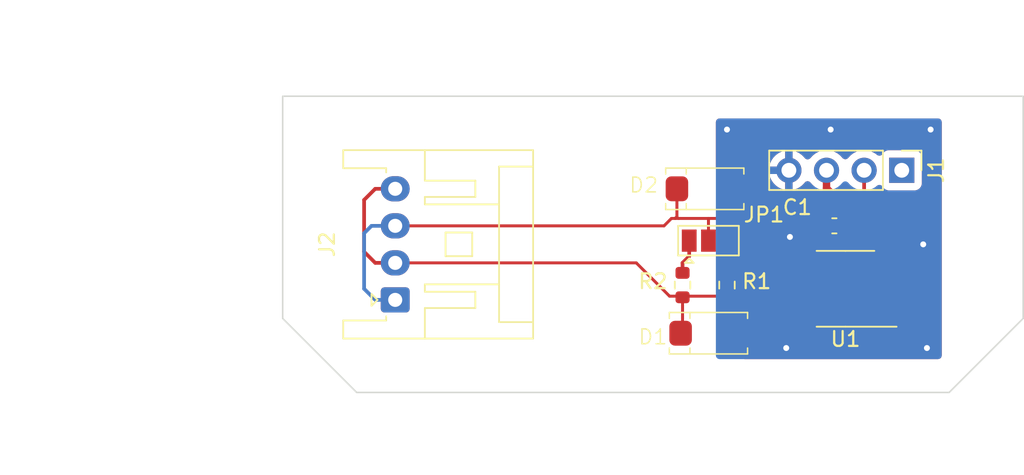
<source format=kicad_pcb>
(kicad_pcb (version 20221018) (generator pcbnew)
  (layers (0 "F.Cu" signal) (31 "B.Cu" signal) (34 "B.Paste" user) (35 "F.Paste" user) (36 "B.SilkS" user "B.Silkscreen") (37 "F.SilkS" user "F.Silkscreen") (38 "B.Mask" user) (39 "F.Mask" user) (44 "Edge.Cuts" user))
  (net 0 "")
  (net 1 "VCC")
  (net 2 "GND1")
  (net 4 "SIGNAL")
  (net 5 "/D+")
  (net 6 "/D-")
  (net 8 "Net-(JP1-B)")
  (net 9 "Net-(JP1-A)")
  (footprint "Capacitor_SMD:C_0603_1608Metric_Pad1.08x0.95mm_HandSolder" (layer "F.Cu") (at 92.25 68.75 180)
    (fp_text reference "C1" (at 2.5 1.25 180) (layer "F.SilkS"))
    (fp_text value "0.1u")
    (fp_line (start -0.146267 -0.51) (end 0.146267 -0.51) (stroke (width 0.12)) (layer "F.SilkS"))
    (fp_line (start -0.146267 0.51) (end 0.146267 0.51) (stroke (width 0.12)) (layer "F.SilkS"))
    (pad "1" smd roundrect (at -0.8625 0 180) (size 1.075 0.95) (layers "F.Cu" "F.Paste" "F.Mask") (net 1 "VCC"))
    (pad "2" smd roundrect (at 0.8625 0 180) (size 1.075 0.95) (layers "F.Cu" "F.Paste" "F.Mask") (net 2 "GND1"))
  )
  (footprint "Resistor_SMD:R_0603_1608Metric" (layer "F.Cu") (at 85 72.75 90)
    (fp_text reference "R1" (at 0.25 2 180) (layer "F.SilkS"))
    (fp_text value "120")
    (fp_line (start -0.237258 -0.5225) (end 0.237258 -0.5225) (stroke (width 0.12)) (layer "F.SilkS"))
    (fp_line (start -0.237258 0.5225) (end 0.237258 0.5225) (stroke (width 0.12)) (layer "F.SilkS"))
    (pad "1" smd roundrect (at -0.825 0 90) (size 0.8 0.95) (layers "F.Cu" "F.Paste" "F.Mask") (net 6 "/D-"))
    (pad "2" smd roundrect (at 0.825 0 90) (size 0.8 0.95) (layers "F.Cu" "F.Paste" "F.Mask") (net 8 "Net-(JP1-B)"))
  )
  (footprint "Resistor_SMD:R_0603_1608Metric" (layer "F.Cu") (at 82 72.75 90)
    (fp_text reference "R2" (at 0.25 -2 180) (layer "F.SilkS"))
    (fp_text value "1K")
    (fp_line (start -0.237258 -0.5225) (end 0.237258 -0.5225) (stroke (width 0.12)) (layer "F.SilkS"))
    (fp_line (start -0.237258 0.5225) (end 0.237258 0.5225) (stroke (width 0.12)) (layer "F.SilkS"))
    (pad "1" smd roundrect (at -0.825 0 90) (size 0.8 0.95) (layers "F.Cu" "F.Paste" "F.Mask") (net 6 "/D-"))
    (pad "2" smd roundrect (at 0.825 0 90) (size 0.8 0.95) (layers "F.Cu" "F.Paste" "F.Mask") (net 9 "Net-(JP1-A)"))
  )
  (footprint "sync:SMA (DO-214AC)" (layer "F.Cu") (at 83.5 66.25)
    (fp_text reference "D2" (at -4.12 -0.25 unlocked) (layer "F.SilkS") (effects (font (thickness 0.1))))
    (fp_text value "12V")
    (fp_line (start -2.64 -1.4) (end 2.64 -1.4) (stroke (width 0.1)) (layer "F.SilkS"))
    (fp_line (start -2.64 -1) (end -2.64 -1.4) (stroke (width 0.1)) (layer "F.SilkS"))
    (fp_line (start -2.64 1.4) (end -2.64 1) (stroke (width 0.1)) (layer "F.SilkS"))
    (fp_line (start -1.25 -1.4) (end -1.25 -1) (stroke (width 0.1)) (layer "F.SilkS"))
    (fp_line (start -1.25 1) (end -1.25 1.4) (stroke (width 0.1)) (layer "F.SilkS"))
    (fp_line (start 2.64 -1.4) (end 2.64 -1) (stroke (width 0.1)) (layer "F.SilkS"))
    (fp_line (start 2.64 1) (end 2.64 1.4) (stroke (width 0.1)) (layer "F.SilkS"))
    (fp_line (start 2.64 1.4) (end -2.64 1.4) (stroke (width 0.1)) (layer "F.SilkS"))
    (pad "1" smd roundrect (at -1.88 0) (size 1.52 1.68) (layers "F.Cu" "F.Paste" "F.Mask") (net 5 "/D+"))
    (pad "2" smd roundrect (at 1.88 0) (size 1.52 1.68) (layers "F.Cu" "F.Paste" "F.Mask") (net 2 "GND1"))
  )
  (footprint "sync:SMA (DO-214AC)" (layer "F.Cu") (at 83.75 76)
    (fp_text reference "D1" (at -3.75 0.25 unlocked) (layer "F.SilkS") (effects (font (thickness 0.1))))
    (fp_text value "12V")
    (fp_line (start -2.64 -1.4) (end 2.64 -1.4) (stroke (width 0.1)) (layer "F.SilkS"))
    (fp_line (start -2.64 -1) (end -2.64 -1.4) (stroke (width 0.1)) (layer "F.SilkS"))
    (fp_line (start -2.64 1.4) (end -2.64 1) (stroke (width 0.1)) (layer "F.SilkS"))
    (fp_line (start -1.25 -1.4) (end -1.25 -1) (stroke (width 0.1)) (layer "F.SilkS"))
    (fp_line (start -1.25 1) (end -1.25 1.4) (stroke (width 0.1)) (layer "F.SilkS"))
    (fp_line (start 2.64 -1.4) (end 2.64 -1) (stroke (width 0.1)) (layer "F.SilkS"))
    (fp_line (start 2.64 1) (end 2.64 1.4) (stroke (width 0.1)) (layer "F.SilkS"))
    (fp_line (start 2.64 1.4) (end -2.64 1.4) (stroke (width 0.1)) (layer "F.SilkS"))
    (pad "1" smd roundrect (at -1.88 0) (size 1.52 1.68) (layers "F.Cu" "F.Paste" "F.Mask") (net 6 "/D-"))
    (pad "2" smd roundrect (at 1.88 0) (size 1.52 1.68) (layers "F.Cu" "F.Paste" "F.Mask") (net 2 "GND1"))
  )
  (footprint "Connector_PinHeader_2.54mm:PinHeader_1x04_P2.54mm_Vertical" (layer "F.Cu") (at 96.8 65 -90)
    (fp_text reference "J1" (at 0 -2.33 90) (layer "F.SilkS"))
    (fp_text value "Conn_01x04_Male" hide)
    (fp_line (start -1.33 -1.33) (end 0 -1.33) (stroke (width 0.12)) (layer "F.SilkS"))
    (fp_line (start -1.33 0) (end -1.33 -1.33) (stroke (width 0.12)) (layer "F.SilkS"))
    (fp_line (start -1.33 1.27) (end -1.33 8.95) (stroke (width 0.12)) (layer "F.SilkS"))
    (fp_line (start -1.33 1.27) (end 1.33 1.27) (stroke (width 0.12)) (layer "F.SilkS"))
    (fp_line (start -1.33 8.95) (end 1.33 8.95) (stroke (width 0.12)) (layer "F.SilkS"))
    (fp_line (start 1.33 1.27) (end 1.33 8.95) (stroke (width 0.12)) (layer "F.SilkS"))
    (pad "1" thru_hole rect (at 0 0 270) (size 1.7 1.7) (drill 1) (layers "*.Cu" "*.Mask"))
    (pad "2" thru_hole oval (at 0 2.54 270) (size 1.7 1.7) (drill 1) (layers "*.Cu" "*.Mask") (net 4 "SIGNAL"))
    (pad "3" thru_hole oval (at 0 5.08 270) (size 1.7 1.7) (drill 1) (layers "*.Cu" "*.Mask") (net 1 "VCC"))
    (pad "4" thru_hole oval (at 0 7.62 270) (size 1.7 1.7) (drill 1) (layers "*.Cu" "*.Mask") (net 2 "GND1"))
  )
  (footprint "Connector_JST:JST_XA_S04B-XASK-1N-BN_1x04_P2.50mm_Horizontal" (layer "F.Cu") (at 62.6 73.75 90)
    (fp_text reference "J2" (at 3.75 -4.6 90) (layer "F.SilkS"))
    (fp_text value "Conn_01x04_Male")
    (fp_line (start -2.61 -3.51) (end -2.61 9.31) (stroke (width 0.12)) (layer "F.SilkS"))
    (fp_line (start -2.61 9.31) (end 10.11 9.31) (stroke (width 0.12)) (layer "F.SilkS"))
    (fp_line (start -1.5 7.01) (end 9 7.01) (stroke (width 0.12)) (layer "F.SilkS"))
    (fp_line (start -1.5 9.31) (end -1.5 7.01) (stroke (width 0.12)) (layer "F.SilkS"))
    (fp_line (start -1.39 -3.51) (end -2.61 -3.51) (stroke (width 0.12)) (layer "F.SilkS"))
    (fp_line (start -1.39 -0.61) (end -1.39 -3.51) (stroke (width 0.12)) (layer "F.SilkS"))
    (fp_line (start -1.11 -0.61) (end -1.39 -0.61) (stroke (width 0.12)) (layer "F.SilkS"))
    (fp_line (start -0.55 2) (end -2.61 2) (stroke (width 0.12)) (layer "F.SilkS"))
    (fp_line (start -0.55 5.41) (end -0.55 2) (stroke (width 0.12)) (layer "F.SilkS"))
    (fp_line (start -0.4 -1.6) (end 0.4 -1.6) (stroke (width 0.12)) (layer "F.SilkS"))
    (fp_line (start 0 -1.2) (end -0.4 -1.6) (stroke (width 0.12)) (layer "F.SilkS"))
    (fp_line (start 0.4 -1.6) (end 0 -1.2) (stroke (width 0.12)) (layer "F.SilkS"))
    (fp_line (start 0.55 2) (end 0.55 5.41) (stroke (width 0.12)) (layer "F.SilkS"))
    (fp_line (start 0.55 5.41) (end -0.55 5.41) (stroke (width 0.12)) (layer "F.SilkS"))
    (fp_line (start 1.05 2) (end 0.55 2) (stroke (width 0.12)) (layer "F.SilkS"))
    (fp_line (start 1.05 7.01) (end 1.05 2) (stroke (width 0.12)) (layer "F.SilkS"))
    (fp_line (start 2.95 3.4) (end 4.55 3.4) (stroke (width 0.12)) (layer "F.SilkS"))
    (fp_line (start 2.95 5.2) (end 2.95 3.4) (stroke (width 0.12)) (layer "F.SilkS"))
    (fp_line (start 4.55 3.4) (end 4.55 5.2) (stroke (width 0.12)) (layer "F.SilkS"))
    (fp_line (start 4.55 5.2) (end 2.95 5.2) (stroke (width 0.12)) (layer "F.SilkS"))
    (fp_line (start 6.45 2) (end 6.95 2) (stroke (width 0.12)) (layer "F.SilkS"))
    (fp_line (start 6.45 7.01) (end 6.45 2) (stroke (width 0.12)) (layer "F.SilkS"))
    (fp_line (start 6.95 2) (end 6.95 5.41) (stroke (width 0.12)) (layer "F.SilkS"))
    (fp_line (start 6.95 5.41) (end 8.05 5.41) (stroke (width 0.12)) (layer "F.SilkS"))
    (fp_line (start 8.05 2) (end 10.11 2) (stroke (width 0.12)) (layer "F.SilkS"))
    (fp_line (start 8.05 5.41) (end 8.05 2) (stroke (width 0.12)) (layer "F.SilkS"))
    (fp_line (start 8.89 -3.51) (end 8.89 -0.61) (stroke (width 0.12)) (layer "F.SilkS"))
    (fp_line (start 8.89 -0.61) (end 8.61 -0.61) (stroke (width 0.12)) (layer "F.SilkS"))
    (fp_line (start 9 7.01) (end 9 9.31) (stroke (width 0.12)) (layer "F.SilkS"))
    (fp_line (start 10.11 -3.51) (end 8.89 -3.51) (stroke (width 0.12)) (layer "F.SilkS"))
    (fp_line (start 10.11 9.31) (end 10.11 -3.51) (stroke (width 0.12)) (layer "F.SilkS"))
    (pad "1" thru_hole roundrect (at 0 0 90) (size 1.7 1.95) (drill 0.95) (layers "*.Cu" "*.Mask") (roundrect_rratio 0.1470588235) (net 5 "/D+"))
    (pad "2" thru_hole oval (at 2.5 0 90) (size 1.7 1.95) (drill 0.95) (layers "*.Cu" "*.Mask") (net 6 "/D-"))
    (pad "3" thru_hole oval (at 5 0 90) (size 1.7 1.95) (drill 0.95) (layers "*.Cu" "*.Mask") (net 5 "/D+"))
    (pad "4" thru_hole oval (at 7.5 0 90) (size 1.7 1.95) (drill 0.95) (layers "*.Cu" "*.Mask") (net 6 "/D-"))
  )
  (footprint "Jumper:SolderJumper-3_P1.3mm_Open_Pad1.0x1.5mm" (layer "F.Cu") (at 83.75 69.75)
    (fp_text reference "JP1" (at 3.75 -1.75) (layer "F.SilkS"))
    (fp_text value "SolderJumper_3_Open")
    (fp_line (start -2.05 -1) (end 2.05 -1) (stroke (width 0.12)) (layer "F.SilkS"))
    (fp_line (start -2.05 1) (end -2.05 -1) (stroke (width 0.12)) (layer "F.SilkS"))
    (fp_line (start -1.6 1.5) (end -1 1.5) (stroke (width 0.12)) (layer "F.SilkS"))
    (fp_line (start -1.3 1.2) (end -1.6 1.5) (stroke (width 0.12)) (layer "F.SilkS"))
    (fp_line (start -1.3 1.2) (end -1 1.5) (stroke (width 0.12)) (layer "F.SilkS"))
    (fp_line (start 2.05 -1) (end 2.05 1) (stroke (width 0.12)) (layer "F.SilkS"))
    (fp_line (start 2.05 1) (end -2.05 1) (stroke (width 0.12)) (layer "F.SilkS"))
    (pad "1" smd rect (at -1.3 0) (size 1 1.5) (layers "F.Cu" "F.Mask") (net 9 "Net-(JP1-A)"))
    (pad "2" smd rect (at 0 0) (size 1 1.5) (layers "F.Cu" "F.Mask") (net 5 "/D+"))
    (pad "3" smd rect (at 1.3 0) (size 1 1.5) (layers "F.Cu" "F.Mask") (net 8 "Net-(JP1-B)"))
  )
  (footprint "Package_SO:SO-8_3.9x4.9mm_P1.27mm" (layer "F.Cu") (at 93 73 180)
    (fp_text reference "U1" (at 0 -3.4) (layer "F.SilkS"))
    (fp_text value "LTC1485")
    (fp_line (start 0 -2.56) (end -3.45 -2.56) (stroke (width 0.12)) (layer "F.SilkS"))
    (fp_line (start 0 -2.56) (end 1.95 -2.56) (stroke (width 0.12)) (layer "F.SilkS"))
    (fp_line (start 0 2.56) (end -1.95 2.56) (stroke (width 0.12)) (layer "F.SilkS"))
    (fp_line (start 0 2.56) (end 1.95 2.56) (stroke (width 0.12)) (layer "F.SilkS"))
    (pad "1" smd roundrect (at -2.575 -1.905 180) (size 1.75 0.6) (layers "F.Cu" "F.Paste" "F.Mask"))
    (pad "2" smd roundrect (at -2.575 -0.635 180) (size 1.75 0.6) (layers "F.Cu" "F.Paste" "F.Mask") (net 1 "VCC"))
    (pad "3" smd roundrect (at -2.575 0.635 180) (size 1.75 0.6) (layers "F.Cu" "F.Paste" "F.Mask") (net 1 "VCC"))
    (pad "4" smd roundrect (at -2.575 1.905 180) (size 1.75 0.6) (layers "F.Cu" "F.Paste" "F.Mask") (net 4 "SIGNAL"))
    (pad "5" smd roundrect (at 2.575 1.905 180) (size 1.75 0.6) (layers "F.Cu" "F.Paste" "F.Mask") (net 2 "GND1"))
    (pad "6" smd roundrect (at 2.575 0.635 180) (size 1.75 0.6) (layers "F.Cu" "F.Paste" "F.Mask") (net 5 "/D+"))
    (pad "7" smd roundrect (at 2.575 -0.635 180) (size 1.75 0.6) (layers "F.Cu" "F.Paste" "F.Mask") (net 6 "/D-"))
    (pad "8" smd roundrect (at 2.575 -1.905 180) (size 1.75 0.6) (layers "F.Cu" "F.Paste" "F.Mask") (net 1 "VCC"))
  )
  (gr_poly (pts (xy 105 75) (xy 100 80) (xy 60 80) (xy 55 75) (xy 55 60) (xy 105 60)) (stroke (width 0.1)) (fill none) (layer "Edge.Cuts"))
  (segment (start 93 67.5) (end 91.72 66.22) (width 0.5) (layer "F.Cu") (net 1))
  (segment (start 93 73.75) (end 93 72.5) (width 0.5) (layer "F.Cu") (net 1))
  (segment (start 95.575 73.635) (end 93.115 73.635) (width 0.5) (layer "F.Cu") (net 1))
  (segment (start 90.425 74.905) (end 92.095 74.905) (width 0.5) (layer "F.Cu") (net 1))
  (segment (start 93.135 72.365) (end 93 72.5) (width 0.5) (layer "F.Cu") (net 1))
  (segment (start 92.095 74.905) (end 93 74) (width 0.5) (layer "F.Cu") (net 1))
  (segment (start 93 74) (end 93 73.75) (width 0.5) (layer "F.Cu") (net 1))
  (segment (start 91.72 66.22) (end 91.72 65) (width 0.5) (layer "F.Cu") (net 1))
  (segment (start 95.575 72.365) (end 93.135 72.365) (width 0.5) (layer "F.Cu") (net 1))
  (segment (start 93.115 73.635) (end 93 73.75) (width 0.5) (layer "F.Cu") (net 1))
  (segment (start 93 72.5) (end 93 67.5) (width 0.5) (layer "F.Cu") (net 1))
  (via (at 98.25 70) (size 0.8) (drill 0.4) (layers "F.Cu" "B.Cu") (net 2))
  (via (at 98.75 62.25) (size 0.8) (drill 0.4) (layers "F.Cu" "B.Cu") (net 2))
  (via (at 89.25 69.5) (size 0.8) (drill 0.4) (layers "F.Cu" "B.Cu") (net 2))
  (via (at 98.5 77) (size 0.8) (drill 0.4) (layers "F.Cu" "B.Cu") (net 2))
  (via (at 85 62.25) (size 0.8) (drill 0.4) (layers "F.Cu" "B.Cu") (net 2))
  (via (at 92 62.25) (size 0.8) (drill 0.4) (layers "F.Cu" "B.Cu") (net 2))
  (via (at 89 77) (size 0.8) (drill 0.4) (layers "F.Cu" "B.Cu") (net 2))
  (segment (start 95.575 67.825) (end 94.26 66.51) (width 0.25) (layer "F.Cu") (net 4))
  (segment (start 95.575 71.095) (end 95.575 67.825) (width 0.25) (layer "F.Cu") (net 4))
  (segment (start 94.26 66.51) (end 94.26 65) (width 0.25) (layer "F.Cu") (net 4))
  (segment (start 81.62 66.5) (end 81.62 68.13) (width 0.2) (layer "F.Cu") (net 5))
  (segment (start 80.75 68.75) (end 62.6 68.75) (width 0.2) (layer "F.Cu") (net 5))
  (segment (start 86.5 68.25) (end 83.75 68.25) (width 0.2) (layer "F.Cu") (net 5))
  (segment (start 81.75 68.25) (end 81.5 68.25) (width 0.2) (layer "F.Cu") (net 5))
  (segment (start 87.25 69) (end 86.5 68.25) (width 0.2) (layer "F.Cu") (net 5))
  (segment (start 83.75 68.25) (end 81.75 68.25) (width 0.2) (layer "F.Cu") (net 5))
  (segment (start 83.75 70.25) (end 83.75 68.25) (width 0.2) (layer "F.Cu") (net 5))
  (segment (start 81.25 68.25) (end 80.75 68.75) (width 0.2) (layer "F.Cu") (net 5))
  (segment (start 81.62 68.13) (end 81.5 68.25) (width 0.2) (layer "F.Cu") (net 5))
  (segment (start 90.425 72.365) (end 88.615 72.365) (width 0.2) (layer "F.Cu") (net 5))
  (segment (start 81.5 68.25) (end 81.25 68.25) (width 0.2) (layer "F.Cu") (net 5))
  (segment (start 88.615 72.365) (end 87.25 71) (width 0.2) (layer "F.Cu") (net 5))
  (segment (start 87.25 71) (end 87.25 69) (width 0.2) (layer "F.Cu") (net 5))
  (segment (start 60.5 69.25) (end 61 68.75) (width 0.25) (layer "B.Cu") (net 5))
  (segment (start 60.5 73) (end 60.5 69.25) (width 0.25) (layer "B.Cu") (net 5))
  (segment (start 61 68.75) (end 62.6 68.75) (width 0.25) (layer "B.Cu") (net 5))
  (segment (start 61.25 73.75) (end 60.5 73) (width 0.25) (layer "B.Cu") (net 5))
  (segment (start 62.6 73.75) (end 61.25 73.75) (width 0.25) (layer "B.Cu") (net 5))
  (segment (start 78.875 71.25) (end 62.6 71.25) (width 0.2) (layer "F.Cu") (net 6))
  (segment (start 90.425 73.635) (end 88.115 73.635) (width 0.2) (layer "F.Cu") (net 6))
  (segment (start 61.25 66.25) (end 62.6 66.25) (width 0.25) (layer "F.Cu") (net 6))
  (segment (start 81.125 73.5) (end 78.875 71.25) (width 0.2) (layer "F.Cu") (net 6))
  (segment (start 82 75.87) (end 81.62 76.25) (width 0.2) (layer "F.Cu") (net 6))
  (segment (start 88.115 73.635) (end 87.98 73.5) (width 0.2) (layer "F.Cu") (net 6))
  (segment (start 81.62 76.25) (end 81.62 76.5) (width 0.2) (layer "F.Cu") (net 6))
  (segment (start 60.5 70.5) (end 60.5 67) (width 0.25) (layer "F.Cu") (net 6))
  (segment (start 61.25 71.25) (end 60.5 70.5) (width 0.25) (layer "F.Cu") (net 6))
  (segment (start 60.5 67) (end 61.25 66.25) (width 0.25) (layer "F.Cu") (net 6))
  (segment (start 62.6 71.25) (end 61.25 71.25) (width 0.25) (layer "F.Cu") (net 6))
  (segment (start 82 73.575) (end 82 75.87) (width 0.2) (layer "F.Cu") (net 6))
  (segment (start 87.98 73.5) (end 81.125 73.5) (width 0.2) (layer "F.Cu") (net 6))
  (segment (start 85.05 70.25) (end 85.05 71.875) (width 0.25) (layer "F.Cu") (net 8))
  (segment (start 85.05 71.875) (end 85 71.925) (width 0.25) (layer "F.Cu") (net 8))
  (segment (start 82 71.25) (end 82 71.925) (width 0.25) (layer "F.Cu") (net 9))
  (segment (start 82.45 70.25) (end 82.45 70.8) (width 0.25) (layer "F.Cu") (net 9))
  (segment (start 82.45 70.8) (end 82 71.25) (width 0.25) (layer "F.Cu") (net 9))
  (zone (net 2) (net_name "GND1") (layers "F&B.Cu") (connect_pads (clearance 0.508)) (min_thickness 0.5) (fill yes (thermal_gap 0.5) (thermal_bridge_width 0.5))
    (polygon (pts (xy 84.25 77.75) (xy 99.5 77.75) (xy 99.5 61.5) (xy 84.25 61.5)))
  )
)
</source>
